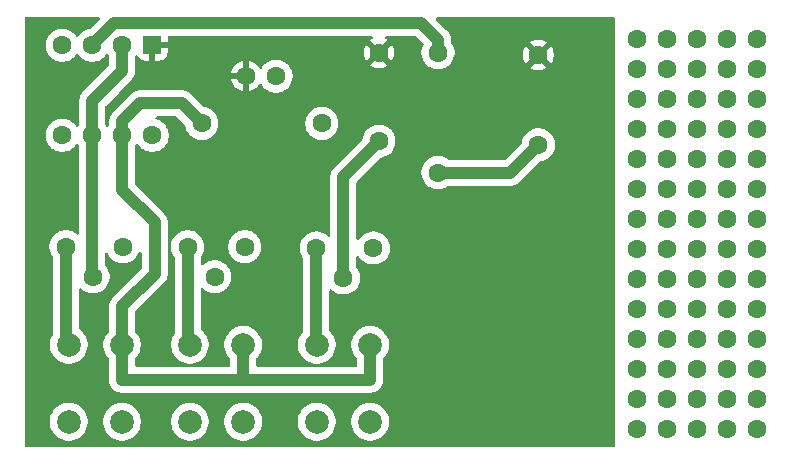
<source format=gbr>
%TF.GenerationSoftware,KiCad,Pcbnew,9.0.6*%
%TF.CreationDate,2026-01-05T22:50:17-06:00*%
%TF.ProjectId,learntosolderkit,6c656172-6e74-46f7-936f-6c6465726b69,rev?*%
%TF.SameCoordinates,Original*%
%TF.FileFunction,Copper,L1,Top*%
%TF.FilePolarity,Positive*%
%FSLAX46Y46*%
G04 Gerber Fmt 4.6, Leading zero omitted, Abs format (unit mm)*
G04 Created by KiCad (PCBNEW 9.0.6) date 2026-01-05 22:50:17*
%MOMM*%
%LPD*%
G01*
G04 APERTURE LIST*
G04 Aperture macros list*
%AMRoundRect*
0 Rectangle with rounded corners*
0 $1 Rounding radius*
0 $2 $3 $4 $5 $6 $7 $8 $9 X,Y pos of 4 corners*
0 Add a 4 corners polygon primitive as box body*
4,1,4,$2,$3,$4,$5,$6,$7,$8,$9,$2,$3,0*
0 Add four circle primitives for the rounded corners*
1,1,$1+$1,$2,$3*
1,1,$1+$1,$4,$5*
1,1,$1+$1,$6,$7*
1,1,$1+$1,$8,$9*
0 Add four rect primitives between the rounded corners*
20,1,$1+$1,$2,$3,$4,$5,0*
20,1,$1+$1,$4,$5,$6,$7,0*
20,1,$1+$1,$6,$7,$8,$9,0*
20,1,$1+$1,$8,$9,$2,$3,0*%
G04 Aperture macros list end*
%TA.AperFunction,ComponentPad*%
%ADD10C,1.600000*%
%TD*%
%TA.AperFunction,ComponentPad*%
%ADD11C,2.000000*%
%TD*%
%TA.AperFunction,ComponentPad*%
%ADD12RoundRect,0.250000X-0.550000X0.550000X-0.550000X-0.550000X0.550000X-0.550000X0.550000X0.550000X0*%
%TD*%
%TA.AperFunction,Conductor*%
%ADD13C,1.000000*%
%TD*%
G04 APERTURE END LIST*
D10*
%TO.P,REF\u002A\u002A,1*%
%TO.N,N/C*%
X172980000Y-106840000D03*
X170440000Y-106840000D03*
X167900000Y-106840000D03*
X165360000Y-106840000D03*
X162820000Y-106840000D03*
X172980000Y-104300000D03*
X170440000Y-104300000D03*
X167900000Y-104300000D03*
X165360000Y-104300000D03*
X162820000Y-104300000D03*
X162820000Y-73820000D03*
X162820000Y-76360000D03*
X162820000Y-78900000D03*
X162820000Y-81440000D03*
X162820000Y-83980000D03*
X162820000Y-86520000D03*
X162820000Y-89060000D03*
X162820000Y-91600000D03*
X162820000Y-94140000D03*
X162820000Y-96680000D03*
X162820000Y-99220000D03*
X162820000Y-101760000D03*
X165360000Y-73820000D03*
X165360000Y-76360000D03*
X165360000Y-78900000D03*
X165360000Y-81440000D03*
X165360000Y-83980000D03*
X165360000Y-86520000D03*
X165360000Y-89060000D03*
X165360000Y-91600000D03*
X165360000Y-94140000D03*
X165360000Y-96680000D03*
X165360000Y-99220000D03*
X165360000Y-101760000D03*
X167900000Y-73820000D03*
X167900000Y-76360000D03*
X167900000Y-78900000D03*
X167900000Y-81440000D03*
X167900000Y-83980000D03*
X167900000Y-86520000D03*
X167900000Y-89060000D03*
X167900000Y-91600000D03*
X167900000Y-94140000D03*
X167900000Y-96680000D03*
X167900000Y-99220000D03*
X167900000Y-101760000D03*
X170440000Y-73820000D03*
X170440000Y-76360000D03*
X170440000Y-78900000D03*
X170440000Y-81440000D03*
X170440000Y-83980000D03*
X170440000Y-86520000D03*
X170440000Y-89060000D03*
X170440000Y-91600000D03*
X170440000Y-94140000D03*
X170440000Y-96680000D03*
X170440000Y-99220000D03*
X170440000Y-101760000D03*
X172980000Y-73820000D03*
X172980000Y-76360000D03*
X172980000Y-78900000D03*
X172980000Y-81440000D03*
X172980000Y-83980000D03*
X172980000Y-86520000D03*
X172980000Y-89060000D03*
X172980000Y-91600000D03*
X172980000Y-94140000D03*
X172980000Y-96680000D03*
X172980000Y-99220000D03*
X172980000Y-101760000D03*
%TD*%
%TO.P,BZ1,1,+*%
%TO.N,Net-(BZ1-+)*%
X154500000Y-82800000D03*
%TO.P,BZ1,2,-*%
%TO.N,GND*%
X154500000Y-75200000D03*
%TD*%
%TO.P,RV2,1,1*%
%TO.N,unconnected-(RV2-Pad1)*%
X129640000Y-91440000D03*
%TO.P,RV2,2,2*%
%TO.N,Net-(U1-THR)*%
X127100000Y-93980000D03*
%TO.P,RV2,3,3*%
%TO.N,Net-(RV2-Pad3)*%
X124800000Y-91440000D03*
%TD*%
%TO.P,J1,2*%
%TO.N,GND*%
X129750000Y-77000000D03*
%TO.P,J1,1*%
%TO.N,+9V*%
X132290000Y-77000000D03*
%TD*%
%TO.P,R2,1*%
%TO.N,buzz*%
X146000000Y-75000000D03*
%TO.P,R2,2*%
%TO.N,Net-(BZ1-+)*%
X146000000Y-85160000D03*
%TD*%
D11*
%TO.P,SW3,1,1*%
%TO.N,Net-(U1-DIS)*%
X140250000Y-99750000D03*
X140250000Y-106250000D03*
%TO.P,SW3,2,2*%
%TO.N,Net-(RV3-Pad3)*%
X135750000Y-99750000D03*
X135750000Y-106250000D03*
%TD*%
D10*
%TO.P,R1,1*%
%TO.N,+9V*%
X136160000Y-81000000D03*
%TO.P,R1,2*%
%TO.N,Net-(U1-DIS)*%
X126000000Y-81000000D03*
%TD*%
%TO.P,C1,1*%
%TO.N,Net-(U1-THR)*%
X141000000Y-82500000D03*
%TO.P,C1,2*%
%TO.N,GND*%
X141000000Y-75000000D03*
%TD*%
D12*
%TO.P,U1,1,GND*%
%TO.N,GND*%
X121810000Y-74380000D03*
D10*
%TO.P,U1,2,TR*%
%TO.N,Net-(U1-THR)*%
X119270000Y-74380000D03*
%TO.P,U1,3,Q*%
%TO.N,buzz*%
X116730000Y-74380000D03*
%TO.P,U1,4,R*%
%TO.N,+9V*%
X114190000Y-74380000D03*
%TO.P,U1,5,CV*%
%TO.N,unconnected-(U1-CV-Pad5)*%
X114190000Y-82000000D03*
%TO.P,U1,6,THR*%
%TO.N,Net-(U1-THR)*%
X116730000Y-82000000D03*
%TO.P,U1,7,DIS*%
%TO.N,Net-(U1-DIS)*%
X119270000Y-82000000D03*
%TO.P,U1,8,VCC*%
%TO.N,+9V*%
X121810000Y-82000000D03*
%TD*%
D11*
%TO.P,SW1,1,1*%
%TO.N,Net-(U1-DIS)*%
X119250000Y-99750000D03*
X119250000Y-106250000D03*
%TO.P,SW1,2,2*%
%TO.N,Net-(RV1-Pad3)*%
X114750000Y-99750000D03*
X114750000Y-106250000D03*
%TD*%
%TO.P,SW2,1,1*%
%TO.N,Net-(U1-DIS)*%
X129500000Y-99750000D03*
X129500000Y-106250000D03*
%TO.P,SW2,2,2*%
%TO.N,Net-(RV2-Pad3)*%
X125000000Y-99750000D03*
X125000000Y-106250000D03*
%TD*%
D10*
%TO.P,RV3,3,3*%
%TO.N,Net-(RV3-Pad3)*%
X135700000Y-91540000D03*
%TO.P,RV3,2,2*%
%TO.N,Net-(U1-THR)*%
X138000000Y-94080000D03*
%TO.P,RV3,1,1*%
%TO.N,unconnected-(RV3-Pad1)*%
X140540000Y-91540000D03*
%TD*%
%TO.P,RV1,1,1*%
%TO.N,unconnected-(RV1-Pad1)*%
X119340000Y-91440000D03*
%TO.P,RV1,2,2*%
%TO.N,Net-(U1-THR)*%
X116800000Y-93980000D03*
%TO.P,RV1,3,3*%
%TO.N,Net-(RV1-Pad3)*%
X114500000Y-91440000D03*
%TD*%
D13*
%TO.N,Net-(U1-DIS)*%
X122000000Y-89375000D02*
X119270000Y-86645000D01*
X119270000Y-86645000D02*
X119270000Y-82000000D01*
X122000000Y-93750000D02*
X122000000Y-89375000D01*
X119250000Y-96500000D02*
X122000000Y-93750000D01*
X119250000Y-99750000D02*
X119250000Y-96500000D01*
%TO.N,Net-(U1-THR)*%
X116730000Y-93910000D02*
X116800000Y-93980000D01*
X116730000Y-82000000D02*
X116730000Y-93910000D01*
X138000000Y-85500000D02*
X138000000Y-94080000D01*
X141000000Y-82500000D02*
X138000000Y-85500000D01*
%TO.N,Net-(RV3-Pad3)*%
X135700000Y-91540000D02*
X135700000Y-99700000D01*
X135700000Y-99700000D02*
X135750000Y-99750000D01*
%TO.N,Net-(RV2-Pad3)*%
X124800000Y-99550000D02*
X125000000Y-99750000D01*
X124800000Y-91440000D02*
X124800000Y-99550000D01*
%TO.N,Net-(RV1-Pad3)*%
X114500000Y-99500000D02*
X114750000Y-99750000D01*
X114500000Y-91440000D02*
X114500000Y-99500000D01*
%TO.N,buzz*%
X146000000Y-73900000D02*
X144601000Y-72501000D01*
X118609000Y-72501000D02*
X116730000Y-74380000D01*
X146000000Y-75000000D02*
X146000000Y-73900000D01*
X144601000Y-72501000D02*
X118609000Y-72501000D01*
%TO.N,Net-(U1-DIS)*%
X120800000Y-79300000D02*
X124300000Y-79300000D01*
X119270000Y-80830000D02*
X119270000Y-82000000D01*
X120800000Y-79300000D02*
X119270000Y-80830000D01*
X126000000Y-81000000D02*
X124300000Y-79300000D01*
%TO.N,Net-(BZ1-+)*%
X152140000Y-85160000D02*
X154500000Y-82800000D01*
X146000000Y-85160000D02*
X152140000Y-85160000D01*
%TO.N,Net-(U1-THR)*%
X116730000Y-79070000D02*
X116730000Y-82000000D01*
X119270000Y-76530000D02*
X116730000Y-79070000D01*
X119270000Y-74380000D02*
X119270000Y-76530000D01*
%TO.N,Net-(U1-DIS)*%
X129500000Y-99750000D02*
X129500000Y-102600000D01*
X129600000Y-102700000D02*
X119250000Y-102700000D01*
X129500000Y-102600000D02*
X129600000Y-102700000D01*
X140250000Y-102700000D02*
X129600000Y-102700000D01*
X140250000Y-99750000D02*
X140250000Y-102700000D01*
X119250000Y-99750000D02*
X119250000Y-102700000D01*
%TO.N,Net-(U1-THR)*%
X116730000Y-82000000D02*
X117000000Y-82000000D01*
%TD*%
%TA.AperFunction,Conductor*%
%TO.N,GND*%
G36*
X117320835Y-72020185D02*
G01*
X117366590Y-72072989D01*
X117376534Y-72142147D01*
X117347509Y-72205703D01*
X117341477Y-72212181D01*
X116594061Y-72959595D01*
X116532738Y-72993080D01*
X116525779Y-72994387D01*
X116402047Y-73013985D01*
X116192396Y-73082103D01*
X116192393Y-73082104D01*
X115995974Y-73182187D01*
X115817641Y-73311752D01*
X115817636Y-73311756D01*
X115661756Y-73467636D01*
X115661752Y-73467641D01*
X115560318Y-73607254D01*
X115504988Y-73649920D01*
X115435375Y-73655899D01*
X115373580Y-73623293D01*
X115359682Y-73607254D01*
X115258247Y-73467641D01*
X115258243Y-73467636D01*
X115102363Y-73311756D01*
X115102358Y-73311752D01*
X114924025Y-73182187D01*
X114924024Y-73182186D01*
X114924022Y-73182185D01*
X114861096Y-73150122D01*
X114727606Y-73082104D01*
X114727603Y-73082103D01*
X114517952Y-73013985D01*
X114409086Y-72996742D01*
X114300222Y-72979500D01*
X114079778Y-72979500D01*
X114025575Y-72988085D01*
X113862047Y-73013985D01*
X113652396Y-73082103D01*
X113652393Y-73082104D01*
X113455974Y-73182187D01*
X113277641Y-73311752D01*
X113277636Y-73311756D01*
X113121756Y-73467636D01*
X113121752Y-73467641D01*
X112992187Y-73645974D01*
X112892104Y-73842393D01*
X112892103Y-73842396D01*
X112823985Y-74052047D01*
X112789500Y-74269778D01*
X112789500Y-74490221D01*
X112823985Y-74707952D01*
X112892103Y-74917603D01*
X112892104Y-74917606D01*
X112957325Y-75045606D01*
X112990248Y-75110221D01*
X112992187Y-75114025D01*
X113121752Y-75292358D01*
X113121756Y-75292363D01*
X113277636Y-75448243D01*
X113277641Y-75448247D01*
X113400635Y-75537606D01*
X113455978Y-75577815D01*
X113566217Y-75633985D01*
X113652393Y-75677895D01*
X113652396Y-75677896D01*
X113726906Y-75702105D01*
X113862049Y-75746015D01*
X114079778Y-75780500D01*
X114079779Y-75780500D01*
X114300221Y-75780500D01*
X114300222Y-75780500D01*
X114517951Y-75746015D01*
X114727606Y-75677895D01*
X114924022Y-75577815D01*
X115102365Y-75448242D01*
X115258242Y-75292365D01*
X115281714Y-75260058D01*
X115359682Y-75152745D01*
X115415011Y-75110079D01*
X115484625Y-75104100D01*
X115546420Y-75136705D01*
X115560318Y-75152745D01*
X115661752Y-75292358D01*
X115661756Y-75292363D01*
X115817636Y-75448243D01*
X115817641Y-75448247D01*
X115940635Y-75537606D01*
X115995978Y-75577815D01*
X116106217Y-75633985D01*
X116192393Y-75677895D01*
X116192396Y-75677896D01*
X116266906Y-75702105D01*
X116402049Y-75746015D01*
X116619778Y-75780500D01*
X116619779Y-75780500D01*
X116840221Y-75780500D01*
X116840222Y-75780500D01*
X117057951Y-75746015D01*
X117267606Y-75677895D01*
X117464022Y-75577815D01*
X117642365Y-75448242D01*
X117798242Y-75292365D01*
X117899683Y-75152742D01*
X117921958Y-75135565D01*
X117942133Y-75115959D01*
X117949256Y-75114515D01*
X117955011Y-75110078D01*
X117983038Y-75107670D01*
X118010611Y-75102084D01*
X118017383Y-75104720D01*
X118024624Y-75104099D01*
X118049504Y-75117226D01*
X118075720Y-75127433D01*
X118082951Y-75134874D01*
X118086420Y-75136704D01*
X118100314Y-75152738D01*
X118145819Y-75215370D01*
X118169298Y-75281175D01*
X118169500Y-75288254D01*
X118169500Y-76022796D01*
X118149815Y-76089835D01*
X118133181Y-76110477D01*
X115890588Y-78353069D01*
X115890588Y-78353070D01*
X115890586Y-78353072D01*
X115846859Y-78413256D01*
X115788768Y-78493211D01*
X115710128Y-78647552D01*
X115656597Y-78812302D01*
X115629500Y-78983389D01*
X115629500Y-81091744D01*
X115623503Y-81112164D01*
X115622289Y-81133414D01*
X115610959Y-81154884D01*
X115609815Y-81158783D01*
X115605818Y-81164629D01*
X115560318Y-81227255D01*
X115504989Y-81269921D01*
X115435375Y-81275900D01*
X115373580Y-81243295D01*
X115359682Y-81227255D01*
X115258247Y-81087641D01*
X115258243Y-81087636D01*
X115102363Y-80931756D01*
X115102358Y-80931752D01*
X114924025Y-80802187D01*
X114924024Y-80802186D01*
X114924022Y-80802185D01*
X114808630Y-80743389D01*
X114727606Y-80702104D01*
X114727603Y-80702103D01*
X114517952Y-80633985D01*
X114409086Y-80616742D01*
X114300222Y-80599500D01*
X114079778Y-80599500D01*
X114007201Y-80610995D01*
X113862047Y-80633985D01*
X113652396Y-80702103D01*
X113652393Y-80702104D01*
X113455974Y-80802187D01*
X113277641Y-80931752D01*
X113277636Y-80931756D01*
X113121756Y-81087636D01*
X113121752Y-81087641D01*
X112992187Y-81265974D01*
X112892104Y-81462393D01*
X112892103Y-81462396D01*
X112823985Y-81672047D01*
X112823985Y-81672049D01*
X112789500Y-81889778D01*
X112789500Y-82110222D01*
X112803373Y-82197812D01*
X112823985Y-82327952D01*
X112892103Y-82537603D01*
X112892104Y-82537606D01*
X112953915Y-82658913D01*
X112990175Y-82730078D01*
X112992187Y-82734025D01*
X113121752Y-82912358D01*
X113121756Y-82912363D01*
X113277636Y-83068243D01*
X113277641Y-83068247D01*
X113359819Y-83127952D01*
X113455978Y-83197815D01*
X113584375Y-83263237D01*
X113652393Y-83297895D01*
X113652396Y-83297896D01*
X113757221Y-83331955D01*
X113862049Y-83366015D01*
X114079778Y-83400500D01*
X114079779Y-83400500D01*
X114300221Y-83400500D01*
X114300222Y-83400500D01*
X114517951Y-83366015D01*
X114727606Y-83297895D01*
X114924022Y-83197815D01*
X115102365Y-83068242D01*
X115258242Y-82912365D01*
X115359683Y-82772742D01*
X115381958Y-82755565D01*
X115402133Y-82735959D01*
X115409256Y-82734515D01*
X115415011Y-82730078D01*
X115443038Y-82727670D01*
X115470611Y-82722084D01*
X115477383Y-82724720D01*
X115484624Y-82724099D01*
X115509504Y-82737226D01*
X115535720Y-82747433D01*
X115542951Y-82754874D01*
X115546420Y-82756704D01*
X115560314Y-82772738D01*
X115605818Y-82835369D01*
X115629298Y-82901175D01*
X115629500Y-82908254D01*
X115629500Y-90289531D01*
X115609815Y-90356570D01*
X115557011Y-90402325D01*
X115487853Y-90412269D01*
X115424297Y-90383244D01*
X115417819Y-90377212D01*
X115412363Y-90371756D01*
X115412358Y-90371752D01*
X115234025Y-90242187D01*
X115234024Y-90242186D01*
X115234022Y-90242185D01*
X115171096Y-90210122D01*
X115037606Y-90142104D01*
X115037603Y-90142103D01*
X114827952Y-90073985D01*
X114719086Y-90056742D01*
X114610222Y-90039500D01*
X114389778Y-90039500D01*
X114317201Y-90050995D01*
X114172047Y-90073985D01*
X113962396Y-90142103D01*
X113962393Y-90142104D01*
X113765974Y-90242187D01*
X113587641Y-90371752D01*
X113587636Y-90371756D01*
X113431756Y-90527636D01*
X113431752Y-90527641D01*
X113302187Y-90705974D01*
X113202104Y-90902393D01*
X113202103Y-90902396D01*
X113133985Y-91112047D01*
X113099500Y-91329778D01*
X113099500Y-91550222D01*
X113116742Y-91659086D01*
X113133985Y-91767952D01*
X113202103Y-91977603D01*
X113202104Y-91977606D01*
X113253058Y-92077606D01*
X113302185Y-92174022D01*
X113375819Y-92275370D01*
X113399298Y-92341174D01*
X113399500Y-92348254D01*
X113399500Y-98846206D01*
X113382526Y-98906399D01*
X113383342Y-98906815D01*
X113381254Y-98910911D01*
X113381234Y-98910985D01*
X113381134Y-98911147D01*
X113266760Y-99135616D01*
X113188910Y-99375214D01*
X113149500Y-99624038D01*
X113149500Y-99875961D01*
X113188910Y-100124785D01*
X113266760Y-100364383D01*
X113381132Y-100588848D01*
X113529201Y-100792649D01*
X113529205Y-100792654D01*
X113707345Y-100970794D01*
X113707350Y-100970798D01*
X113885117Y-101099952D01*
X113911155Y-101118870D01*
X114054184Y-101191747D01*
X114135616Y-101233239D01*
X114135618Y-101233239D01*
X114135621Y-101233241D01*
X114375215Y-101311090D01*
X114624038Y-101350500D01*
X114624039Y-101350500D01*
X114875961Y-101350500D01*
X114875962Y-101350500D01*
X115124785Y-101311090D01*
X115364379Y-101233241D01*
X115588845Y-101118870D01*
X115792656Y-100970793D01*
X115970793Y-100792656D01*
X116118870Y-100588845D01*
X116233241Y-100364379D01*
X116311090Y-100124785D01*
X116350500Y-99875962D01*
X116350500Y-99624038D01*
X116311090Y-99375215D01*
X116233241Y-99135621D01*
X116233239Y-99135618D01*
X116233239Y-99135616D01*
X116191747Y-99054184D01*
X116118870Y-98911155D01*
X116050500Y-98817051D01*
X115970798Y-98707350D01*
X115970794Y-98707345D01*
X115792657Y-98529208D01*
X115792654Y-98529206D01*
X115732759Y-98485689D01*
X115651614Y-98426733D01*
X115608949Y-98371402D01*
X115600500Y-98326415D01*
X115600500Y-95060469D01*
X115620185Y-94993430D01*
X115672989Y-94947675D01*
X115742147Y-94937731D01*
X115805703Y-94966756D01*
X115812181Y-94972788D01*
X115887636Y-95048243D01*
X115887641Y-95048247D01*
X115949831Y-95093430D01*
X116065978Y-95177815D01*
X116194375Y-95243237D01*
X116262393Y-95277895D01*
X116262396Y-95277896D01*
X116367221Y-95311955D01*
X116472049Y-95346015D01*
X116689778Y-95380500D01*
X116689779Y-95380500D01*
X116910221Y-95380500D01*
X116910222Y-95380500D01*
X117127951Y-95346015D01*
X117337606Y-95277895D01*
X117534022Y-95177815D01*
X117712365Y-95048242D01*
X117868242Y-94892365D01*
X117997815Y-94714022D01*
X118097895Y-94517606D01*
X118166015Y-94307951D01*
X118200500Y-94090222D01*
X118200500Y-93869778D01*
X118166015Y-93652049D01*
X118097895Y-93442394D01*
X118097895Y-93442393D01*
X118063237Y-93374375D01*
X117997815Y-93245978D01*
X117970499Y-93208381D01*
X117868247Y-93067641D01*
X117868243Y-93067636D01*
X117866819Y-93066212D01*
X117866451Y-93065538D01*
X117865085Y-93063939D01*
X117865421Y-93063651D01*
X117833334Y-93004889D01*
X117830500Y-92978531D01*
X117830500Y-92078805D01*
X117850185Y-92011766D01*
X117902989Y-91966011D01*
X117972147Y-91956067D01*
X118035703Y-91985092D01*
X118064985Y-92022510D01*
X118142187Y-92174025D01*
X118271752Y-92352358D01*
X118271756Y-92352363D01*
X118427636Y-92508243D01*
X118427641Y-92508247D01*
X118565274Y-92608242D01*
X118605978Y-92637815D01*
X118734375Y-92703237D01*
X118802393Y-92737895D01*
X118802396Y-92737896D01*
X118907221Y-92771955D01*
X119012049Y-92806015D01*
X119229778Y-92840500D01*
X119229779Y-92840500D01*
X119450221Y-92840500D01*
X119450222Y-92840500D01*
X119667951Y-92806015D01*
X119877606Y-92737895D01*
X120074022Y-92637815D01*
X120252365Y-92508242D01*
X120408242Y-92352365D01*
X120537815Y-92174022D01*
X120637895Y-91977606D01*
X120637897Y-91977600D01*
X120657569Y-91917056D01*
X120697006Y-91859380D01*
X120761364Y-91832181D01*
X120830211Y-91844095D01*
X120881687Y-91891339D01*
X120899500Y-91955373D01*
X120899500Y-93242796D01*
X120879815Y-93309835D01*
X120863181Y-93330477D01*
X118410588Y-95783069D01*
X118410588Y-95783070D01*
X118410586Y-95783072D01*
X118366859Y-95843256D01*
X118308768Y-95923211D01*
X118230128Y-96077552D01*
X118176597Y-96242302D01*
X118149500Y-96413389D01*
X118149500Y-98535689D01*
X118129815Y-98602728D01*
X118113181Y-98623370D01*
X118029205Y-98707345D01*
X118029201Y-98707350D01*
X117881132Y-98911151D01*
X117766760Y-99135616D01*
X117688910Y-99375214D01*
X117649500Y-99624038D01*
X117649500Y-99875961D01*
X117688910Y-100124785D01*
X117766760Y-100364383D01*
X117881132Y-100588848D01*
X118029201Y-100792649D01*
X118029205Y-100792654D01*
X118113181Y-100876630D01*
X118146666Y-100937953D01*
X118149500Y-100964311D01*
X118149500Y-102786611D01*
X118176598Y-102957701D01*
X118230127Y-103122445D01*
X118308768Y-103276788D01*
X118410586Y-103416928D01*
X118533072Y-103539414D01*
X118673212Y-103641232D01*
X118827555Y-103719873D01*
X118992299Y-103773402D01*
X119163389Y-103800500D01*
X119163390Y-103800500D01*
X140336610Y-103800500D01*
X140336611Y-103800500D01*
X140507701Y-103773402D01*
X140672445Y-103719873D01*
X140826788Y-103641232D01*
X140966928Y-103539414D01*
X141089414Y-103416928D01*
X141191232Y-103276788D01*
X141269873Y-103122445D01*
X141323402Y-102957701D01*
X141350500Y-102786611D01*
X141350500Y-100964311D01*
X141370185Y-100897272D01*
X141386819Y-100876630D01*
X141470793Y-100792656D01*
X141618870Y-100588845D01*
X141733241Y-100364379D01*
X141811090Y-100124785D01*
X141850500Y-99875962D01*
X141850500Y-99624038D01*
X141811090Y-99375215D01*
X141733241Y-99135621D01*
X141733239Y-99135618D01*
X141733239Y-99135616D01*
X141691747Y-99054184D01*
X141618870Y-98911155D01*
X141550500Y-98817051D01*
X141470798Y-98707350D01*
X141470794Y-98707345D01*
X141292654Y-98529205D01*
X141292649Y-98529201D01*
X141088848Y-98381132D01*
X141088847Y-98381131D01*
X141088845Y-98381130D01*
X140981461Y-98326415D01*
X140864383Y-98266760D01*
X140624785Y-98188910D01*
X140375962Y-98149500D01*
X140124038Y-98149500D01*
X139999626Y-98169205D01*
X139875214Y-98188910D01*
X139635616Y-98266760D01*
X139411151Y-98381132D01*
X139207350Y-98529201D01*
X139207345Y-98529205D01*
X139029205Y-98707345D01*
X139029201Y-98707350D01*
X138881132Y-98911151D01*
X138766760Y-99135616D01*
X138688910Y-99375214D01*
X138649500Y-99624038D01*
X138649500Y-99875961D01*
X138688910Y-100124785D01*
X138766760Y-100364383D01*
X138881132Y-100588848D01*
X139029201Y-100792649D01*
X139029205Y-100792654D01*
X139113181Y-100876630D01*
X139146666Y-100937953D01*
X139149500Y-100964311D01*
X139149500Y-101475500D01*
X139129815Y-101542539D01*
X139077011Y-101588294D01*
X139025500Y-101599500D01*
X130724500Y-101599500D01*
X130657461Y-101579815D01*
X130611706Y-101527011D01*
X130600500Y-101475500D01*
X130600500Y-100964311D01*
X130620185Y-100897272D01*
X130636819Y-100876630D01*
X130720793Y-100792656D01*
X130868870Y-100588845D01*
X130983241Y-100364379D01*
X131061090Y-100124785D01*
X131100500Y-99875962D01*
X131100500Y-99624038D01*
X134149500Y-99624038D01*
X134149500Y-99875961D01*
X134188910Y-100124785D01*
X134266760Y-100364383D01*
X134381132Y-100588848D01*
X134529201Y-100792649D01*
X134529205Y-100792654D01*
X134707345Y-100970794D01*
X134707350Y-100970798D01*
X134885117Y-101099952D01*
X134911155Y-101118870D01*
X135054184Y-101191747D01*
X135135616Y-101233239D01*
X135135618Y-101233239D01*
X135135621Y-101233241D01*
X135375215Y-101311090D01*
X135624038Y-101350500D01*
X135624039Y-101350500D01*
X135875961Y-101350500D01*
X135875962Y-101350500D01*
X136124785Y-101311090D01*
X136364379Y-101233241D01*
X136588845Y-101118870D01*
X136792656Y-100970793D01*
X136970793Y-100792656D01*
X137118870Y-100588845D01*
X137233241Y-100364379D01*
X137311090Y-100124785D01*
X137350500Y-99875962D01*
X137350500Y-99624038D01*
X137311090Y-99375215D01*
X137233241Y-99135621D01*
X137233239Y-99135618D01*
X137233239Y-99135616D01*
X137191747Y-99054184D01*
X137118870Y-98911155D01*
X137050500Y-98817051D01*
X136970798Y-98707350D01*
X136970794Y-98707345D01*
X136836819Y-98573370D01*
X136803334Y-98512047D01*
X136800500Y-98485689D01*
X136800500Y-95160469D01*
X136820185Y-95093430D01*
X136872989Y-95047675D01*
X136942147Y-95037731D01*
X137005703Y-95066756D01*
X137012181Y-95072788D01*
X137087636Y-95148243D01*
X137087641Y-95148247D01*
X137243192Y-95261260D01*
X137265978Y-95277815D01*
X137394375Y-95343237D01*
X137462393Y-95377895D01*
X137462396Y-95377896D01*
X137567221Y-95411955D01*
X137672049Y-95446015D01*
X137889778Y-95480500D01*
X137889779Y-95480500D01*
X138110221Y-95480500D01*
X138110222Y-95480500D01*
X138327951Y-95446015D01*
X138537606Y-95377895D01*
X138734022Y-95277815D01*
X138912365Y-95148242D01*
X139068242Y-94992365D01*
X139197815Y-94814022D01*
X139297895Y-94617606D01*
X139366015Y-94407951D01*
X139400500Y-94190222D01*
X139400500Y-93969778D01*
X139366015Y-93752049D01*
X139297895Y-93542394D01*
X139297895Y-93542393D01*
X139246941Y-93442393D01*
X139197815Y-93345978D01*
X139160166Y-93294158D01*
X139124182Y-93244629D01*
X139100702Y-93178823D01*
X139100500Y-93171744D01*
X139100500Y-92316186D01*
X139120185Y-92249147D01*
X139172989Y-92203392D01*
X139242147Y-92193448D01*
X139305703Y-92222473D01*
X139334985Y-92259891D01*
X139342187Y-92274025D01*
X139471752Y-92452358D01*
X139471756Y-92452363D01*
X139627636Y-92608243D01*
X139627641Y-92608247D01*
X139729298Y-92682104D01*
X139805978Y-92737815D01*
X139934375Y-92803237D01*
X140002393Y-92837895D01*
X140002396Y-92837896D01*
X140107221Y-92871955D01*
X140212049Y-92906015D01*
X140429778Y-92940500D01*
X140429779Y-92940500D01*
X140650221Y-92940500D01*
X140650222Y-92940500D01*
X140867951Y-92906015D01*
X141077606Y-92837895D01*
X141274022Y-92737815D01*
X141452365Y-92608242D01*
X141608242Y-92452365D01*
X141737815Y-92274022D01*
X141837895Y-92077606D01*
X141906015Y-91867951D01*
X141940500Y-91650222D01*
X141940500Y-91429778D01*
X141906015Y-91212049D01*
X141871955Y-91107221D01*
X141837896Y-91002396D01*
X141837895Y-91002393D01*
X141798270Y-90924626D01*
X141737815Y-90805978D01*
X141665160Y-90705976D01*
X141608247Y-90627641D01*
X141608243Y-90627636D01*
X141452363Y-90471756D01*
X141452358Y-90471752D01*
X141274025Y-90342187D01*
X141274024Y-90342186D01*
X141274022Y-90342185D01*
X141170684Y-90289531D01*
X141077606Y-90242104D01*
X141077603Y-90242103D01*
X140867952Y-90173985D01*
X140759086Y-90156742D01*
X140650222Y-90139500D01*
X140429778Y-90139500D01*
X140357201Y-90150995D01*
X140212047Y-90173985D01*
X140002396Y-90242103D01*
X140002393Y-90242104D01*
X139805974Y-90342187D01*
X139627641Y-90471752D01*
X139627636Y-90471756D01*
X139471756Y-90627636D01*
X139471752Y-90627641D01*
X139342184Y-90805978D01*
X139342182Y-90805980D01*
X139334983Y-90820110D01*
X139287008Y-90870905D01*
X139219187Y-90887699D01*
X139153052Y-90865160D01*
X139109602Y-90810444D01*
X139100500Y-90763813D01*
X139100500Y-86007203D01*
X139120185Y-85940164D01*
X139136814Y-85919527D01*
X140006563Y-85049778D01*
X144599500Y-85049778D01*
X144599500Y-85270221D01*
X144633985Y-85487952D01*
X144702103Y-85697603D01*
X144702104Y-85697606D01*
X144802187Y-85894025D01*
X144931752Y-86072358D01*
X144931756Y-86072363D01*
X145087636Y-86228243D01*
X145087641Y-86228247D01*
X145164630Y-86284182D01*
X145265978Y-86357815D01*
X145394375Y-86423237D01*
X145462393Y-86457895D01*
X145462396Y-86457896D01*
X145567221Y-86491955D01*
X145672049Y-86526015D01*
X145889778Y-86560500D01*
X145889779Y-86560500D01*
X146110221Y-86560500D01*
X146110222Y-86560500D01*
X146327951Y-86526015D01*
X146537606Y-86457895D01*
X146734022Y-86357815D01*
X146801278Y-86308950D01*
X146835370Y-86284182D01*
X146901176Y-86260702D01*
X146908255Y-86260500D01*
X152226610Y-86260500D01*
X152226611Y-86260500D01*
X152397701Y-86233402D01*
X152562445Y-86179873D01*
X152716788Y-86101232D01*
X152856928Y-85999414D01*
X154635939Y-84220401D01*
X154697260Y-84186918D01*
X154704173Y-84185618D01*
X154827951Y-84166015D01*
X155037606Y-84097895D01*
X155234022Y-83997815D01*
X155412365Y-83868242D01*
X155568242Y-83712365D01*
X155697815Y-83534022D01*
X155797895Y-83337606D01*
X155866015Y-83127951D01*
X155900500Y-82910222D01*
X155900500Y-82689778D01*
X155866015Y-82472049D01*
X155819196Y-82327952D01*
X155797896Y-82262396D01*
X155797895Y-82262393D01*
X155751860Y-82172047D01*
X155697815Y-82065978D01*
X155622559Y-81962396D01*
X155568247Y-81887641D01*
X155568243Y-81887636D01*
X155412363Y-81731756D01*
X155412358Y-81731752D01*
X155234025Y-81602187D01*
X155234024Y-81602186D01*
X155234022Y-81602185D01*
X155171096Y-81570122D01*
X155037606Y-81502104D01*
X155037603Y-81502103D01*
X154827952Y-81433985D01*
X154719086Y-81416742D01*
X154610222Y-81399500D01*
X154389778Y-81399500D01*
X154338340Y-81407647D01*
X154172047Y-81433985D01*
X153962396Y-81502103D01*
X153962393Y-81502104D01*
X153765974Y-81602187D01*
X153587641Y-81731752D01*
X153587636Y-81731756D01*
X153431756Y-81887636D01*
X153431752Y-81887641D01*
X153302187Y-82065974D01*
X153202104Y-82262393D01*
X153202103Y-82262396D01*
X153133985Y-82472047D01*
X153114387Y-82595779D01*
X153084457Y-82658913D01*
X153079595Y-82664061D01*
X151720477Y-84023181D01*
X151659154Y-84056666D01*
X151632796Y-84059500D01*
X146908255Y-84059500D01*
X146841216Y-84039815D01*
X146835370Y-84035818D01*
X146734025Y-83962187D01*
X146734024Y-83962186D01*
X146734022Y-83962185D01*
X146652021Y-83920403D01*
X146537606Y-83862104D01*
X146537603Y-83862103D01*
X146327952Y-83793985D01*
X146219086Y-83776742D01*
X146110222Y-83759500D01*
X145889778Y-83759500D01*
X145817201Y-83770995D01*
X145672047Y-83793985D01*
X145462396Y-83862103D01*
X145462393Y-83862104D01*
X145265974Y-83962187D01*
X145087641Y-84091752D01*
X145087636Y-84091756D01*
X144931756Y-84247636D01*
X144931752Y-84247641D01*
X144802187Y-84425974D01*
X144702104Y-84622393D01*
X144702103Y-84622396D01*
X144633985Y-84832047D01*
X144599500Y-85049778D01*
X140006563Y-85049778D01*
X141135939Y-83920401D01*
X141197260Y-83886918D01*
X141204173Y-83885618D01*
X141327951Y-83866015D01*
X141537606Y-83797895D01*
X141734022Y-83697815D01*
X141912365Y-83568242D01*
X142068242Y-83412365D01*
X142197815Y-83234022D01*
X142297895Y-83037606D01*
X142366015Y-82827951D01*
X142400500Y-82610222D01*
X142400500Y-82389778D01*
X142366015Y-82172049D01*
X142297895Y-81962394D01*
X142297895Y-81962393D01*
X142259803Y-81887635D01*
X142197815Y-81765978D01*
X142078815Y-81602187D01*
X142068247Y-81587641D01*
X142068243Y-81587636D01*
X141912363Y-81431756D01*
X141912358Y-81431752D01*
X141734025Y-81302187D01*
X141734024Y-81302186D01*
X141734022Y-81302185D01*
X141662955Y-81265974D01*
X141537606Y-81202104D01*
X141537603Y-81202103D01*
X141327952Y-81133985D01*
X141190179Y-81112164D01*
X141110222Y-81099500D01*
X140889778Y-81099500D01*
X140822082Y-81110222D01*
X140672047Y-81133985D01*
X140462396Y-81202103D01*
X140462393Y-81202104D01*
X140265974Y-81302187D01*
X140087641Y-81431752D01*
X140087636Y-81431756D01*
X139931756Y-81587636D01*
X139931752Y-81587641D01*
X139802187Y-81765974D01*
X139702104Y-81962393D01*
X139702103Y-81962396D01*
X139633985Y-82172047D01*
X139614387Y-82295779D01*
X139584457Y-82358913D01*
X139579595Y-82364061D01*
X137283072Y-84660586D01*
X137160588Y-84783069D01*
X137160588Y-84783070D01*
X137160586Y-84783072D01*
X137125002Y-84832049D01*
X137058768Y-84923211D01*
X136980128Y-85077552D01*
X136926597Y-85242302D01*
X136899500Y-85413389D01*
X136899500Y-90459531D01*
X136879815Y-90526570D01*
X136827011Y-90572325D01*
X136757853Y-90582269D01*
X136694297Y-90553244D01*
X136687819Y-90547212D01*
X136612363Y-90471756D01*
X136612358Y-90471752D01*
X136434025Y-90342187D01*
X136434024Y-90342186D01*
X136434022Y-90342185D01*
X136330684Y-90289531D01*
X136237606Y-90242104D01*
X136237603Y-90242103D01*
X136027952Y-90173985D01*
X135919086Y-90156742D01*
X135810222Y-90139500D01*
X135589778Y-90139500D01*
X135517201Y-90150995D01*
X135372047Y-90173985D01*
X135162396Y-90242103D01*
X135162393Y-90242104D01*
X134965974Y-90342187D01*
X134787641Y-90471752D01*
X134787636Y-90471756D01*
X134631756Y-90627636D01*
X134631752Y-90627641D01*
X134502187Y-90805974D01*
X134402104Y-91002393D01*
X134402103Y-91002396D01*
X134333985Y-91212047D01*
X134299500Y-91429778D01*
X134299500Y-91650221D01*
X134333985Y-91867952D01*
X134402103Y-92077603D01*
X134402104Y-92077606D01*
X134475919Y-92222473D01*
X134502185Y-92274022D01*
X134575819Y-92375370D01*
X134599298Y-92441174D01*
X134599500Y-92448254D01*
X134599500Y-98585689D01*
X134579815Y-98652728D01*
X134563181Y-98673370D01*
X134529205Y-98707345D01*
X134529201Y-98707350D01*
X134381132Y-98911151D01*
X134266760Y-99135616D01*
X134188910Y-99375214D01*
X134149500Y-99624038D01*
X131100500Y-99624038D01*
X131061090Y-99375215D01*
X130983241Y-99135621D01*
X130983239Y-99135618D01*
X130983239Y-99135616D01*
X130941747Y-99054184D01*
X130868870Y-98911155D01*
X130800500Y-98817051D01*
X130720798Y-98707350D01*
X130720794Y-98707345D01*
X130542654Y-98529205D01*
X130542649Y-98529201D01*
X130338848Y-98381132D01*
X130338847Y-98381131D01*
X130338845Y-98381130D01*
X130231461Y-98326415D01*
X130114383Y-98266760D01*
X129874785Y-98188910D01*
X129625962Y-98149500D01*
X129374038Y-98149500D01*
X129249626Y-98169205D01*
X129125214Y-98188910D01*
X128885616Y-98266760D01*
X128661151Y-98381132D01*
X128457350Y-98529201D01*
X128457345Y-98529205D01*
X128279205Y-98707345D01*
X128279201Y-98707350D01*
X128131132Y-98911151D01*
X128016760Y-99135616D01*
X127938910Y-99375214D01*
X127899500Y-99624038D01*
X127899500Y-99875961D01*
X127938910Y-100124785D01*
X128016760Y-100364383D01*
X128131132Y-100588848D01*
X128279201Y-100792649D01*
X128279205Y-100792654D01*
X128363181Y-100876630D01*
X128396666Y-100937953D01*
X128399500Y-100964311D01*
X128399500Y-101475500D01*
X128379815Y-101542539D01*
X128327011Y-101588294D01*
X128275500Y-101599500D01*
X120474500Y-101599500D01*
X120407461Y-101579815D01*
X120361706Y-101527011D01*
X120350500Y-101475500D01*
X120350500Y-100964311D01*
X120370185Y-100897272D01*
X120386819Y-100876630D01*
X120470793Y-100792656D01*
X120618870Y-100588845D01*
X120733241Y-100364379D01*
X120811090Y-100124785D01*
X120850500Y-99875962D01*
X120850500Y-99624038D01*
X120811090Y-99375215D01*
X120733241Y-99135621D01*
X120733239Y-99135618D01*
X120733239Y-99135616D01*
X120691747Y-99054184D01*
X120618870Y-98911155D01*
X120550500Y-98817051D01*
X120470798Y-98707350D01*
X120470794Y-98707345D01*
X120386819Y-98623370D01*
X120353334Y-98562047D01*
X120350500Y-98535689D01*
X120350500Y-97007204D01*
X120370185Y-96940165D01*
X120386819Y-96919523D01*
X121523273Y-95783069D01*
X122839414Y-94466928D01*
X122941232Y-94326788D01*
X123019873Y-94172446D01*
X123073402Y-94007701D01*
X123100500Y-93836611D01*
X123100500Y-93663390D01*
X123100500Y-91329778D01*
X123399500Y-91329778D01*
X123399500Y-91550222D01*
X123416742Y-91659086D01*
X123433985Y-91767952D01*
X123502103Y-91977603D01*
X123502104Y-91977606D01*
X123553058Y-92077606D01*
X123602185Y-92174022D01*
X123675819Y-92275370D01*
X123699298Y-92341174D01*
X123699500Y-92348254D01*
X123699500Y-98776761D01*
X123679815Y-98843800D01*
X123675818Y-98849646D01*
X123631132Y-98911151D01*
X123516760Y-99135616D01*
X123438910Y-99375214D01*
X123399500Y-99624038D01*
X123399500Y-99875961D01*
X123438910Y-100124785D01*
X123516760Y-100364383D01*
X123631132Y-100588848D01*
X123779201Y-100792649D01*
X123779205Y-100792654D01*
X123957345Y-100970794D01*
X123957350Y-100970798D01*
X124135117Y-101099952D01*
X124161155Y-101118870D01*
X124304184Y-101191747D01*
X124385616Y-101233239D01*
X124385618Y-101233239D01*
X124385621Y-101233241D01*
X124625215Y-101311090D01*
X124874038Y-101350500D01*
X124874039Y-101350500D01*
X125125961Y-101350500D01*
X125125962Y-101350500D01*
X125374785Y-101311090D01*
X125614379Y-101233241D01*
X125838845Y-101118870D01*
X126042656Y-100970793D01*
X126220793Y-100792656D01*
X126368870Y-100588845D01*
X126483241Y-100364379D01*
X126561090Y-100124785D01*
X126600500Y-99875962D01*
X126600500Y-99624038D01*
X126561090Y-99375215D01*
X126483241Y-99135621D01*
X126483239Y-99135618D01*
X126483239Y-99135616D01*
X126441747Y-99054184D01*
X126368870Y-98911155D01*
X126300500Y-98817051D01*
X126220798Y-98707350D01*
X126220794Y-98707345D01*
X126042655Y-98529206D01*
X125951613Y-98463059D01*
X125908948Y-98407729D01*
X125900500Y-98362742D01*
X125900500Y-95060469D01*
X125920185Y-94993430D01*
X125972989Y-94947675D01*
X126042147Y-94937731D01*
X126105703Y-94966756D01*
X126112181Y-94972788D01*
X126187636Y-95048243D01*
X126187641Y-95048247D01*
X126249831Y-95093430D01*
X126365978Y-95177815D01*
X126494375Y-95243237D01*
X126562393Y-95277895D01*
X126562396Y-95277896D01*
X126667221Y-95311955D01*
X126772049Y-95346015D01*
X126989778Y-95380500D01*
X126989779Y-95380500D01*
X127210221Y-95380500D01*
X127210222Y-95380500D01*
X127427951Y-95346015D01*
X127637606Y-95277895D01*
X127834022Y-95177815D01*
X128012365Y-95048242D01*
X128168242Y-94892365D01*
X128297815Y-94714022D01*
X128397895Y-94517606D01*
X128466015Y-94307951D01*
X128500500Y-94090222D01*
X128500500Y-93869778D01*
X128466015Y-93652049D01*
X128397895Y-93442394D01*
X128397895Y-93442393D01*
X128363237Y-93374375D01*
X128297815Y-93245978D01*
X128270499Y-93208381D01*
X128168247Y-93067641D01*
X128168243Y-93067636D01*
X128012363Y-92911756D01*
X128012358Y-92911752D01*
X127834025Y-92782187D01*
X127834024Y-92782186D01*
X127834022Y-92782185D01*
X127746936Y-92737812D01*
X127637606Y-92682104D01*
X127637603Y-92682103D01*
X127427952Y-92613985D01*
X127319086Y-92596742D01*
X127210222Y-92579500D01*
X126989778Y-92579500D01*
X126917201Y-92590995D01*
X126772047Y-92613985D01*
X126562396Y-92682103D01*
X126562393Y-92682104D01*
X126365974Y-92782187D01*
X126187641Y-92911752D01*
X126187636Y-92911756D01*
X126112181Y-92987212D01*
X126050858Y-93020697D01*
X125981166Y-93015713D01*
X125925233Y-92973841D01*
X125900816Y-92908377D01*
X125900500Y-92899531D01*
X125900500Y-92348254D01*
X125920185Y-92281215D01*
X125924165Y-92275392D01*
X125997815Y-92174022D01*
X126097895Y-91977606D01*
X126166015Y-91767951D01*
X126200500Y-91550222D01*
X126200500Y-91329778D01*
X128239500Y-91329778D01*
X128239500Y-91550222D01*
X128256742Y-91659086D01*
X128273985Y-91767952D01*
X128342103Y-91977603D01*
X128342104Y-91977606D01*
X128442187Y-92174025D01*
X128571752Y-92352358D01*
X128571756Y-92352363D01*
X128727636Y-92508243D01*
X128727641Y-92508247D01*
X128865274Y-92608242D01*
X128905978Y-92637815D01*
X129034375Y-92703237D01*
X129102393Y-92737895D01*
X129102396Y-92737896D01*
X129207221Y-92771955D01*
X129312049Y-92806015D01*
X129529778Y-92840500D01*
X129529779Y-92840500D01*
X129750221Y-92840500D01*
X129750222Y-92840500D01*
X129967951Y-92806015D01*
X130177606Y-92737895D01*
X130374022Y-92637815D01*
X130552365Y-92508242D01*
X130708242Y-92352365D01*
X130837815Y-92174022D01*
X130937895Y-91977606D01*
X131006015Y-91767951D01*
X131040500Y-91550222D01*
X131040500Y-91329778D01*
X131006015Y-91112049D01*
X130970386Y-91002393D01*
X130937896Y-90902396D01*
X130937895Y-90902393D01*
X130895969Y-90820110D01*
X130837815Y-90705978D01*
X130780896Y-90627635D01*
X130708247Y-90527641D01*
X130708243Y-90527636D01*
X130552363Y-90371756D01*
X130552358Y-90371752D01*
X130374025Y-90242187D01*
X130374024Y-90242186D01*
X130374022Y-90242185D01*
X130311096Y-90210122D01*
X130177606Y-90142104D01*
X130177603Y-90142103D01*
X129967952Y-90073985D01*
X129859086Y-90056742D01*
X129750222Y-90039500D01*
X129529778Y-90039500D01*
X129457201Y-90050995D01*
X129312047Y-90073985D01*
X129102396Y-90142103D01*
X129102393Y-90142104D01*
X128905974Y-90242187D01*
X128727641Y-90371752D01*
X128727636Y-90371756D01*
X128571756Y-90527636D01*
X128571752Y-90527641D01*
X128442187Y-90705974D01*
X128342104Y-90902393D01*
X128342103Y-90902396D01*
X128273985Y-91112047D01*
X128239500Y-91329778D01*
X126200500Y-91329778D01*
X126166015Y-91112049D01*
X126130386Y-91002393D01*
X126097896Y-90902396D01*
X126097895Y-90902393D01*
X126055969Y-90820110D01*
X125997815Y-90705978D01*
X125940896Y-90627635D01*
X125868247Y-90527641D01*
X125868243Y-90527636D01*
X125712363Y-90371756D01*
X125712358Y-90371752D01*
X125534025Y-90242187D01*
X125534024Y-90242186D01*
X125534022Y-90242185D01*
X125471096Y-90210122D01*
X125337606Y-90142104D01*
X125337603Y-90142103D01*
X125127952Y-90073985D01*
X125019086Y-90056742D01*
X124910222Y-90039500D01*
X124689778Y-90039500D01*
X124617201Y-90050995D01*
X124472047Y-90073985D01*
X124262396Y-90142103D01*
X124262393Y-90142104D01*
X124065974Y-90242187D01*
X123887641Y-90371752D01*
X123887636Y-90371756D01*
X123731756Y-90527636D01*
X123731752Y-90527641D01*
X123602187Y-90705974D01*
X123502104Y-90902393D01*
X123502103Y-90902396D01*
X123433985Y-91112047D01*
X123399500Y-91329778D01*
X123100500Y-91329778D01*
X123100500Y-89288389D01*
X123073402Y-89117299D01*
X123019873Y-88952555D01*
X122941232Y-88798212D01*
X122839414Y-88658072D01*
X122716928Y-88535586D01*
X120406819Y-86225477D01*
X120373334Y-86164154D01*
X120370500Y-86137796D01*
X120370500Y-82908254D01*
X120376496Y-82887833D01*
X120377711Y-82866585D01*
X120389041Y-82845110D01*
X120390185Y-82841215D01*
X120394160Y-82835399D01*
X120439684Y-82772740D01*
X120495010Y-82730078D01*
X120564623Y-82724099D01*
X120626419Y-82756704D01*
X120640317Y-82772744D01*
X120741752Y-82912358D01*
X120741756Y-82912363D01*
X120897636Y-83068243D01*
X120897641Y-83068247D01*
X120979819Y-83127952D01*
X121075978Y-83197815D01*
X121204375Y-83263237D01*
X121272393Y-83297895D01*
X121272396Y-83297896D01*
X121377221Y-83331955D01*
X121482049Y-83366015D01*
X121699778Y-83400500D01*
X121699779Y-83400500D01*
X121920221Y-83400500D01*
X121920222Y-83400500D01*
X122137951Y-83366015D01*
X122347606Y-83297895D01*
X122544022Y-83197815D01*
X122722365Y-83068242D01*
X122878242Y-82912365D01*
X123007815Y-82734022D01*
X123107895Y-82537606D01*
X123176015Y-82327951D01*
X123210500Y-82110222D01*
X123210500Y-81889778D01*
X123176015Y-81672049D01*
X123141955Y-81567221D01*
X123107896Y-81462396D01*
X123107895Y-81462393D01*
X123073237Y-81394375D01*
X123007815Y-81265978D01*
X122979681Y-81227255D01*
X122878247Y-81087641D01*
X122878243Y-81087636D01*
X122722363Y-80931756D01*
X122722358Y-80931752D01*
X122544025Y-80802187D01*
X122544024Y-80802186D01*
X122544022Y-80802185D01*
X122428630Y-80743389D01*
X122347606Y-80702104D01*
X122347603Y-80702103D01*
X122163947Y-80642431D01*
X122106272Y-80602994D01*
X122079073Y-80538635D01*
X122090987Y-80469789D01*
X122138231Y-80418313D01*
X122202265Y-80400500D01*
X123792796Y-80400500D01*
X123859835Y-80420185D01*
X123880477Y-80436819D01*
X124579595Y-81135937D01*
X124613080Y-81197260D01*
X124614387Y-81204219D01*
X124633985Y-81327952D01*
X124702103Y-81537603D01*
X124702104Y-81537606D01*
X124770122Y-81671096D01*
X124801031Y-81731758D01*
X124802187Y-81734025D01*
X124931752Y-81912358D01*
X124931756Y-81912363D01*
X125087636Y-82068243D01*
X125087641Y-82068247D01*
X125230511Y-82172047D01*
X125265978Y-82197815D01*
X125392718Y-82262393D01*
X125462393Y-82297895D01*
X125462396Y-82297896D01*
X125554898Y-82327951D01*
X125672049Y-82366015D01*
X125889778Y-82400500D01*
X125889779Y-82400500D01*
X126110221Y-82400500D01*
X126110222Y-82400500D01*
X126327951Y-82366015D01*
X126537606Y-82297895D01*
X126734022Y-82197815D01*
X126912365Y-82068242D01*
X127068242Y-81912365D01*
X127197815Y-81734022D01*
X127297895Y-81537606D01*
X127366015Y-81327951D01*
X127400500Y-81110222D01*
X127400500Y-80889778D01*
X134759500Y-80889778D01*
X134759500Y-81110221D01*
X134793985Y-81327952D01*
X134862103Y-81537603D01*
X134862104Y-81537606D01*
X134930122Y-81671096D01*
X134961031Y-81731758D01*
X134962187Y-81734025D01*
X135091752Y-81912358D01*
X135091756Y-81912363D01*
X135247636Y-82068243D01*
X135247641Y-82068247D01*
X135390511Y-82172047D01*
X135425978Y-82197815D01*
X135552718Y-82262393D01*
X135622393Y-82297895D01*
X135622396Y-82297896D01*
X135714898Y-82327951D01*
X135832049Y-82366015D01*
X136049778Y-82400500D01*
X136049779Y-82400500D01*
X136270221Y-82400500D01*
X136270222Y-82400500D01*
X136487951Y-82366015D01*
X136697606Y-82297895D01*
X136894022Y-82197815D01*
X137072365Y-82068242D01*
X137228242Y-81912365D01*
X137357815Y-81734022D01*
X137457895Y-81537606D01*
X137526015Y-81327951D01*
X137560500Y-81110222D01*
X137560500Y-80889778D01*
X137526015Y-80672049D01*
X137457895Y-80462394D01*
X137457895Y-80462393D01*
X137423237Y-80394375D01*
X137357815Y-80265978D01*
X137246723Y-80113072D01*
X137228247Y-80087641D01*
X137228243Y-80087636D01*
X137072363Y-79931756D01*
X137072358Y-79931752D01*
X136894025Y-79802187D01*
X136894024Y-79802186D01*
X136894022Y-79802185D01*
X136831096Y-79770122D01*
X136697606Y-79702104D01*
X136697603Y-79702103D01*
X136487952Y-79633985D01*
X136379086Y-79616742D01*
X136270222Y-79599500D01*
X136049778Y-79599500D01*
X135995575Y-79608085D01*
X135832047Y-79633985D01*
X135622396Y-79702103D01*
X135622393Y-79702104D01*
X135425974Y-79802187D01*
X135247641Y-79931752D01*
X135247636Y-79931756D01*
X135091756Y-80087636D01*
X135091752Y-80087641D01*
X134962187Y-80265974D01*
X134862104Y-80462393D01*
X134862103Y-80462396D01*
X134793985Y-80672047D01*
X134759500Y-80889778D01*
X127400500Y-80889778D01*
X127366015Y-80672049D01*
X127297895Y-80462394D01*
X127297895Y-80462393D01*
X127263237Y-80394375D01*
X127197815Y-80265978D01*
X127086723Y-80113072D01*
X127068247Y-80087641D01*
X127068243Y-80087636D01*
X126912363Y-79931756D01*
X126912358Y-79931752D01*
X126734025Y-79802187D01*
X126734024Y-79802186D01*
X126734022Y-79802185D01*
X126671096Y-79770122D01*
X126537606Y-79702104D01*
X126537603Y-79702103D01*
X126327952Y-79633985D01*
X126204219Y-79614387D01*
X126141085Y-79584457D01*
X126135937Y-79579595D01*
X125016930Y-78460588D01*
X125016928Y-78460586D01*
X124876788Y-78358768D01*
X124722445Y-78280127D01*
X124557701Y-78226598D01*
X124557699Y-78226597D01*
X124557698Y-78226597D01*
X124419783Y-78204754D01*
X124386611Y-78199500D01*
X120886611Y-78199500D01*
X120713389Y-78199500D01*
X120680217Y-78204754D01*
X120542302Y-78226597D01*
X120542299Y-78226598D01*
X120388392Y-78276606D01*
X120377552Y-78280128D01*
X120223211Y-78358768D01*
X120213237Y-78366015D01*
X120083072Y-78460586D01*
X120083070Y-78460588D01*
X120083069Y-78460588D01*
X118430588Y-80113069D01*
X118430588Y-80113070D01*
X118430586Y-80113072D01*
X118386859Y-80173256D01*
X118328768Y-80253211D01*
X118250128Y-80407552D01*
X118250127Y-80407554D01*
X118250127Y-80407555D01*
X118246023Y-80420185D01*
X118196597Y-80572302D01*
X118169500Y-80743389D01*
X118169500Y-81091744D01*
X118163503Y-81112164D01*
X118162289Y-81133414D01*
X118150959Y-81154884D01*
X118149815Y-81158783D01*
X118145818Y-81164629D01*
X118100318Y-81227255D01*
X118044989Y-81269921D01*
X117975375Y-81275900D01*
X117913580Y-81243295D01*
X117899682Y-81227255D01*
X117854182Y-81164629D01*
X117830702Y-81098822D01*
X117830500Y-81091744D01*
X117830500Y-79577204D01*
X117850185Y-79510165D01*
X117866819Y-79489523D01*
X118955842Y-78400500D01*
X120109414Y-77246928D01*
X120211232Y-77106788D01*
X120289873Y-76952446D01*
X120343402Y-76787701D01*
X120349373Y-76750000D01*
X128473391Y-76750000D01*
X129434314Y-76750000D01*
X129429920Y-76754394D01*
X129377259Y-76845606D01*
X129350000Y-76947339D01*
X129350000Y-77052661D01*
X129377259Y-77154394D01*
X129429920Y-77245606D01*
X129434314Y-77250000D01*
X128473391Y-77250000D01*
X128482009Y-77304413D01*
X128545244Y-77499029D01*
X128638140Y-77681349D01*
X128758417Y-77846894D01*
X128758417Y-77846895D01*
X128903104Y-77991582D01*
X129068650Y-78111859D01*
X129250968Y-78204754D01*
X129445578Y-78267988D01*
X129500000Y-78276607D01*
X129500000Y-77315686D01*
X129504394Y-77320080D01*
X129595606Y-77372741D01*
X129697339Y-77400000D01*
X129802661Y-77400000D01*
X129904394Y-77372741D01*
X129995606Y-77320080D01*
X130000000Y-77315686D01*
X130000000Y-78276606D01*
X130054421Y-78267988D01*
X130249031Y-78204754D01*
X130431349Y-78111859D01*
X130596894Y-77991582D01*
X130596895Y-77991582D01*
X130741582Y-77846895D01*
X130741587Y-77846889D01*
X130862528Y-77680429D01*
X130917858Y-77637763D01*
X130987471Y-77631784D01*
X131049266Y-77664390D01*
X131073331Y-77697019D01*
X131092187Y-77734025D01*
X131221752Y-77912358D01*
X131221756Y-77912363D01*
X131377636Y-78068243D01*
X131377641Y-78068247D01*
X131533192Y-78181260D01*
X131555978Y-78197815D01*
X131684375Y-78263237D01*
X131752393Y-78297895D01*
X131752396Y-78297896D01*
X131857221Y-78331955D01*
X131962049Y-78366015D01*
X132179778Y-78400500D01*
X132179779Y-78400500D01*
X132400221Y-78400500D01*
X132400222Y-78400500D01*
X132617951Y-78366015D01*
X132827606Y-78297895D01*
X133024022Y-78197815D01*
X133202365Y-78068242D01*
X133358242Y-77912365D01*
X133487815Y-77734022D01*
X133587895Y-77537606D01*
X133656015Y-77327951D01*
X133690500Y-77110222D01*
X133690500Y-76889778D01*
X133656015Y-76672049D01*
X133600114Y-76500000D01*
X133587896Y-76462396D01*
X133587895Y-76462393D01*
X133532551Y-76353777D01*
X133487815Y-76265978D01*
X133438290Y-76197812D01*
X133370932Y-76105100D01*
X133358247Y-76087641D01*
X133358243Y-76087636D01*
X133202363Y-75931756D01*
X133202358Y-75931752D01*
X133024025Y-75802187D01*
X133024024Y-75802186D01*
X133024022Y-75802185D01*
X132961096Y-75770122D01*
X132827606Y-75702104D01*
X132827603Y-75702103D01*
X132617952Y-75633985D01*
X132494019Y-75614356D01*
X132400222Y-75599500D01*
X132179778Y-75599500D01*
X132107201Y-75610995D01*
X131962047Y-75633985D01*
X131752396Y-75702103D01*
X131752393Y-75702104D01*
X131555974Y-75802187D01*
X131377641Y-75931752D01*
X131377636Y-75931756D01*
X131221756Y-76087636D01*
X131221752Y-76087641D01*
X131092185Y-76265976D01*
X131073330Y-76302981D01*
X131025355Y-76353777D01*
X130957534Y-76370571D01*
X130891399Y-76348033D01*
X130862528Y-76319571D01*
X130741582Y-76153104D01*
X130596895Y-76008417D01*
X130431349Y-75888140D01*
X130249029Y-75795244D01*
X130054413Y-75732009D01*
X130000000Y-75723390D01*
X130000000Y-76684314D01*
X129995606Y-76679920D01*
X129904394Y-76627259D01*
X129802661Y-76600000D01*
X129697339Y-76600000D01*
X129595606Y-76627259D01*
X129504394Y-76679920D01*
X129500000Y-76684314D01*
X129500000Y-75723390D01*
X129445586Y-75732009D01*
X129250970Y-75795244D01*
X129068650Y-75888140D01*
X128903105Y-76008417D01*
X128903104Y-76008417D01*
X128758417Y-76153104D01*
X128758417Y-76153105D01*
X128638140Y-76318650D01*
X128545244Y-76500970D01*
X128482009Y-76695586D01*
X128473391Y-76750000D01*
X120349373Y-76750000D01*
X120370500Y-76616611D01*
X120370500Y-76443390D01*
X120370500Y-75353771D01*
X120390185Y-75286732D01*
X120442989Y-75240977D01*
X120512147Y-75231033D01*
X120575703Y-75260058D01*
X120600039Y-75288675D01*
X120667682Y-75398343D01*
X120791654Y-75522315D01*
X120940875Y-75614356D01*
X120940880Y-75614358D01*
X121107302Y-75669505D01*
X121107309Y-75669506D01*
X121210019Y-75679999D01*
X121559999Y-75679999D01*
X121560000Y-75679998D01*
X121560000Y-74695686D01*
X121564394Y-74700080D01*
X121655606Y-74752741D01*
X121757339Y-74780000D01*
X121862661Y-74780000D01*
X121964394Y-74752741D01*
X122055606Y-74700080D01*
X122060000Y-74695686D01*
X122060000Y-75679999D01*
X122409972Y-75679999D01*
X122409986Y-75679998D01*
X122512697Y-75669505D01*
X122679119Y-75614358D01*
X122679124Y-75614356D01*
X122828345Y-75522315D01*
X122952315Y-75398345D01*
X123044356Y-75249124D01*
X123044358Y-75249119D01*
X123099505Y-75082697D01*
X123099506Y-75082690D01*
X123109999Y-74979986D01*
X123110000Y-74979973D01*
X123110000Y-74630000D01*
X122125686Y-74630000D01*
X122130080Y-74625606D01*
X122182741Y-74534394D01*
X122210000Y-74432661D01*
X122210000Y-74327339D01*
X122182741Y-74225606D01*
X122130080Y-74134394D01*
X122125686Y-74130000D01*
X123109999Y-74130000D01*
X123109999Y-73780028D01*
X123109998Y-73780010D01*
X123105717Y-73738101D01*
X123118487Y-73669408D01*
X123166368Y-73618524D01*
X123229075Y-73601500D01*
X140364717Y-73601500D01*
X140431756Y-73621185D01*
X140477511Y-73673989D01*
X140487455Y-73743147D01*
X140458430Y-73806703D01*
X140421012Y-73835985D01*
X140318644Y-73888143D01*
X140274077Y-73920523D01*
X140274077Y-73920524D01*
X140953554Y-74600000D01*
X140947339Y-74600000D01*
X140845606Y-74627259D01*
X140754394Y-74679920D01*
X140679920Y-74754394D01*
X140627259Y-74845606D01*
X140600000Y-74947339D01*
X140600000Y-74953553D01*
X139920524Y-74274077D01*
X139920523Y-74274077D01*
X139888143Y-74318644D01*
X139795244Y-74500968D01*
X139732009Y-74695582D01*
X139700000Y-74897682D01*
X139700000Y-75102317D01*
X139732009Y-75304417D01*
X139795244Y-75499031D01*
X139888141Y-75681350D01*
X139888147Y-75681359D01*
X139920523Y-75725921D01*
X139920524Y-75725922D01*
X140600000Y-75046446D01*
X140600000Y-75052661D01*
X140627259Y-75154394D01*
X140679920Y-75245606D01*
X140754394Y-75320080D01*
X140845606Y-75372741D01*
X140947339Y-75400000D01*
X140953553Y-75400000D01*
X140274076Y-76079474D01*
X140318650Y-76111859D01*
X140500968Y-76204755D01*
X140695582Y-76267990D01*
X140897683Y-76300000D01*
X141102317Y-76300000D01*
X141304417Y-76267990D01*
X141499031Y-76204755D01*
X141681349Y-76111859D01*
X141725921Y-76079474D01*
X141046447Y-75400000D01*
X141052661Y-75400000D01*
X141154394Y-75372741D01*
X141245606Y-75320080D01*
X141320080Y-75245606D01*
X141372741Y-75154394D01*
X141400000Y-75052661D01*
X141400000Y-75046447D01*
X142079474Y-75725921D01*
X142111859Y-75681349D01*
X142204755Y-75499031D01*
X142267990Y-75304417D01*
X142300000Y-75102317D01*
X142300000Y-74897682D01*
X142267990Y-74695582D01*
X142204755Y-74500968D01*
X142111859Y-74318650D01*
X142079474Y-74274077D01*
X142079474Y-74274076D01*
X141400000Y-74953551D01*
X141400000Y-74947339D01*
X141372741Y-74845606D01*
X141320080Y-74754394D01*
X141245606Y-74679920D01*
X141154394Y-74627259D01*
X141052661Y-74600000D01*
X141046446Y-74600000D01*
X141725922Y-73920524D01*
X141725921Y-73920523D01*
X141681359Y-73888147D01*
X141681350Y-73888141D01*
X141578988Y-73835985D01*
X141528192Y-73788010D01*
X141511397Y-73720189D01*
X141533934Y-73654054D01*
X141588650Y-73610603D01*
X141635283Y-73601500D01*
X144093796Y-73601500D01*
X144160835Y-73621185D01*
X144181477Y-73637819D01*
X144740995Y-74197337D01*
X144774480Y-74258660D01*
X144769496Y-74328352D01*
X144763799Y-74341313D01*
X144702104Y-74462393D01*
X144702103Y-74462396D01*
X144633985Y-74672047D01*
X144599500Y-74889778D01*
X144599500Y-75110221D01*
X144633985Y-75327952D01*
X144702103Y-75537603D01*
X144702104Y-75537606D01*
X144751213Y-75633985D01*
X144801159Y-75732009D01*
X144802187Y-75734025D01*
X144931752Y-75912358D01*
X144931756Y-75912363D01*
X145087636Y-76068243D01*
X145087641Y-76068247D01*
X145243192Y-76181260D01*
X145265978Y-76197815D01*
X145394375Y-76263237D01*
X145462393Y-76297895D01*
X145462396Y-76297896D01*
X145567221Y-76331955D01*
X145672049Y-76366015D01*
X145889778Y-76400500D01*
X145889779Y-76400500D01*
X146110221Y-76400500D01*
X146110222Y-76400500D01*
X146327951Y-76366015D01*
X146537606Y-76297895D01*
X146734022Y-76197815D01*
X146779684Y-76164639D01*
X146824752Y-76131897D01*
X146912359Y-76068247D01*
X146912361Y-76068244D01*
X146912365Y-76068242D01*
X147068242Y-75912365D01*
X147197815Y-75734022D01*
X147297895Y-75537606D01*
X147366015Y-75327951D01*
X147400500Y-75110222D01*
X147400500Y-75097682D01*
X153200000Y-75097682D01*
X153200000Y-75302317D01*
X153232009Y-75504417D01*
X153295244Y-75699031D01*
X153388141Y-75881350D01*
X153388147Y-75881359D01*
X153420523Y-75925921D01*
X153420524Y-75925922D01*
X154100000Y-75246446D01*
X154100000Y-75252661D01*
X154127259Y-75354394D01*
X154179920Y-75445606D01*
X154254394Y-75520080D01*
X154345606Y-75572741D01*
X154447339Y-75600000D01*
X154453553Y-75600000D01*
X153774076Y-76279474D01*
X153818650Y-76311859D01*
X154000968Y-76404755D01*
X154195582Y-76467990D01*
X154397683Y-76500000D01*
X154602317Y-76500000D01*
X154804417Y-76467990D01*
X154999031Y-76404755D01*
X155181349Y-76311859D01*
X155225921Y-76279474D01*
X154546447Y-75600000D01*
X154552661Y-75600000D01*
X154654394Y-75572741D01*
X154745606Y-75520080D01*
X154820080Y-75445606D01*
X154872741Y-75354394D01*
X154900000Y-75252661D01*
X154900000Y-75246448D01*
X155579474Y-75925922D01*
X155579474Y-75925921D01*
X155611859Y-75881349D01*
X155704755Y-75699031D01*
X155767990Y-75504417D01*
X155800000Y-75302317D01*
X155800000Y-75097682D01*
X155767990Y-74895582D01*
X155704755Y-74700968D01*
X155611859Y-74518650D01*
X155579474Y-74474077D01*
X155579474Y-74474076D01*
X154900000Y-75153551D01*
X154900000Y-75147339D01*
X154872741Y-75045606D01*
X154820080Y-74954394D01*
X154745606Y-74879920D01*
X154654394Y-74827259D01*
X154552661Y-74800000D01*
X154546446Y-74800000D01*
X155225922Y-74120524D01*
X155225921Y-74120523D01*
X155181359Y-74088147D01*
X155181350Y-74088141D01*
X154999031Y-73995244D01*
X154804417Y-73932009D01*
X154602317Y-73900000D01*
X154397683Y-73900000D01*
X154195582Y-73932009D01*
X154000968Y-73995244D01*
X153818644Y-74088143D01*
X153774077Y-74120523D01*
X153774077Y-74120524D01*
X154453554Y-74800000D01*
X154447339Y-74800000D01*
X154345606Y-74827259D01*
X154254394Y-74879920D01*
X154179920Y-74954394D01*
X154127259Y-75045606D01*
X154100000Y-75147339D01*
X154100000Y-75153553D01*
X153420524Y-74474077D01*
X153420523Y-74474077D01*
X153388143Y-74518644D01*
X153295244Y-74700968D01*
X153232009Y-74895582D01*
X153200000Y-75097682D01*
X147400500Y-75097682D01*
X147400500Y-74889778D01*
X147366015Y-74672049D01*
X147321289Y-74534394D01*
X147297896Y-74462396D01*
X147297895Y-74462393D01*
X147263237Y-74394375D01*
X147197815Y-74265978D01*
X147189113Y-74254000D01*
X147179427Y-74240668D01*
X147124182Y-74164629D01*
X147100702Y-74098822D01*
X147100500Y-74091744D01*
X147100500Y-73813389D01*
X147089375Y-73743147D01*
X147073402Y-73642299D01*
X147019873Y-73477555D01*
X146941232Y-73323212D01*
X146839414Y-73183072D01*
X146716928Y-73060586D01*
X145868523Y-72212181D01*
X145835038Y-72150858D01*
X145840022Y-72081166D01*
X145881894Y-72025233D01*
X145947358Y-72000816D01*
X145956204Y-72000500D01*
X160876000Y-72000500D01*
X160943039Y-72020185D01*
X160988794Y-72072989D01*
X161000000Y-72124500D01*
X161000000Y-108275500D01*
X160980315Y-108342539D01*
X160927511Y-108388294D01*
X160876000Y-108399500D01*
X111124500Y-108399500D01*
X111057461Y-108379815D01*
X111011706Y-108327011D01*
X111000500Y-108275500D01*
X111000500Y-106124038D01*
X113149500Y-106124038D01*
X113149500Y-106375961D01*
X113188910Y-106624785D01*
X113266760Y-106864383D01*
X113381132Y-107088848D01*
X113529201Y-107292649D01*
X113529205Y-107292654D01*
X113707345Y-107470794D01*
X113707350Y-107470798D01*
X113885117Y-107599952D01*
X113911155Y-107618870D01*
X114054184Y-107691747D01*
X114135616Y-107733239D01*
X114135618Y-107733239D01*
X114135621Y-107733241D01*
X114375215Y-107811090D01*
X114624038Y-107850500D01*
X114624039Y-107850500D01*
X114875961Y-107850500D01*
X114875962Y-107850500D01*
X115124785Y-107811090D01*
X115364379Y-107733241D01*
X115588845Y-107618870D01*
X115792656Y-107470793D01*
X115970793Y-107292656D01*
X116118870Y-107088845D01*
X116233241Y-106864379D01*
X116311090Y-106624785D01*
X116350500Y-106375962D01*
X116350500Y-106124038D01*
X117649500Y-106124038D01*
X117649500Y-106375961D01*
X117688910Y-106624785D01*
X117766760Y-106864383D01*
X117881132Y-107088848D01*
X118029201Y-107292649D01*
X118029205Y-107292654D01*
X118207345Y-107470794D01*
X118207350Y-107470798D01*
X118385117Y-107599952D01*
X118411155Y-107618870D01*
X118554184Y-107691747D01*
X118635616Y-107733239D01*
X118635618Y-107733239D01*
X118635621Y-107733241D01*
X118875215Y-107811090D01*
X119124038Y-107850500D01*
X119124039Y-107850500D01*
X119375961Y-107850500D01*
X119375962Y-107850500D01*
X119624785Y-107811090D01*
X119864379Y-107733241D01*
X120088845Y-107618870D01*
X120292656Y-107470793D01*
X120470793Y-107292656D01*
X120618870Y-107088845D01*
X120733241Y-106864379D01*
X120811090Y-106624785D01*
X120850500Y-106375962D01*
X120850500Y-106124038D01*
X123399500Y-106124038D01*
X123399500Y-106375961D01*
X123438910Y-106624785D01*
X123516760Y-106864383D01*
X123631132Y-107088848D01*
X123779201Y-107292649D01*
X123779205Y-107292654D01*
X123957345Y-107470794D01*
X123957350Y-107470798D01*
X124135117Y-107599952D01*
X124161155Y-107618870D01*
X124304184Y-107691747D01*
X124385616Y-107733239D01*
X124385618Y-107733239D01*
X124385621Y-107733241D01*
X124625215Y-107811090D01*
X124874038Y-107850500D01*
X124874039Y-107850500D01*
X125125961Y-107850500D01*
X125125962Y-107850500D01*
X125374785Y-107811090D01*
X125614379Y-107733241D01*
X125838845Y-107618870D01*
X126042656Y-107470793D01*
X126220793Y-107292656D01*
X126368870Y-107088845D01*
X126483241Y-106864379D01*
X126561090Y-106624785D01*
X126600500Y-106375962D01*
X126600500Y-106124038D01*
X127899500Y-106124038D01*
X127899500Y-106375961D01*
X127938910Y-106624785D01*
X128016760Y-106864383D01*
X128131132Y-107088848D01*
X128279201Y-107292649D01*
X128279205Y-107292654D01*
X128457345Y-107470794D01*
X128457350Y-107470798D01*
X128635117Y-107599952D01*
X128661155Y-107618870D01*
X128804184Y-107691747D01*
X128885616Y-107733239D01*
X128885618Y-107733239D01*
X128885621Y-107733241D01*
X129125215Y-107811090D01*
X129374038Y-107850500D01*
X129374039Y-107850500D01*
X129625961Y-107850500D01*
X129625962Y-107850500D01*
X129874785Y-107811090D01*
X130114379Y-107733241D01*
X130338845Y-107618870D01*
X130542656Y-107470793D01*
X130720793Y-107292656D01*
X130868870Y-107088845D01*
X130983241Y-106864379D01*
X131061090Y-106624785D01*
X131100500Y-106375962D01*
X131100500Y-106124038D01*
X134149500Y-106124038D01*
X134149500Y-106375961D01*
X134188910Y-106624785D01*
X134266760Y-106864383D01*
X134381132Y-107088848D01*
X134529201Y-107292649D01*
X134529205Y-107292654D01*
X134707345Y-107470794D01*
X134707350Y-107470798D01*
X134885117Y-107599952D01*
X134911155Y-107618870D01*
X135054184Y-107691747D01*
X135135616Y-107733239D01*
X135135618Y-107733239D01*
X135135621Y-107733241D01*
X135375215Y-107811090D01*
X135624038Y-107850500D01*
X135624039Y-107850500D01*
X135875961Y-107850500D01*
X135875962Y-107850500D01*
X136124785Y-107811090D01*
X136364379Y-107733241D01*
X136588845Y-107618870D01*
X136792656Y-107470793D01*
X136970793Y-107292656D01*
X137118870Y-107088845D01*
X137233241Y-106864379D01*
X137311090Y-106624785D01*
X137350500Y-106375962D01*
X137350500Y-106124038D01*
X138649500Y-106124038D01*
X138649500Y-106375961D01*
X138688910Y-106624785D01*
X138766760Y-106864383D01*
X138881132Y-107088848D01*
X139029201Y-107292649D01*
X139029205Y-107292654D01*
X139207345Y-107470794D01*
X139207350Y-107470798D01*
X139385117Y-107599952D01*
X139411155Y-107618870D01*
X139554184Y-107691747D01*
X139635616Y-107733239D01*
X139635618Y-107733239D01*
X139635621Y-107733241D01*
X139875215Y-107811090D01*
X140124038Y-107850500D01*
X140124039Y-107850500D01*
X140375961Y-107850500D01*
X140375962Y-107850500D01*
X140624785Y-107811090D01*
X140864379Y-107733241D01*
X141088845Y-107618870D01*
X141292656Y-107470793D01*
X141470793Y-107292656D01*
X141618870Y-107088845D01*
X141733241Y-106864379D01*
X141811090Y-106624785D01*
X141850500Y-106375962D01*
X141850500Y-106124038D01*
X141811090Y-105875215D01*
X141733241Y-105635621D01*
X141733239Y-105635618D01*
X141733239Y-105635616D01*
X141691747Y-105554184D01*
X141618870Y-105411155D01*
X141599952Y-105385117D01*
X141470798Y-105207350D01*
X141470794Y-105207345D01*
X141292654Y-105029205D01*
X141292649Y-105029201D01*
X141088848Y-104881132D01*
X141088847Y-104881131D01*
X141088845Y-104881130D01*
X141018747Y-104845413D01*
X140864383Y-104766760D01*
X140624785Y-104688910D01*
X140375962Y-104649500D01*
X140124038Y-104649500D01*
X139999626Y-104669205D01*
X139875214Y-104688910D01*
X139635616Y-104766760D01*
X139411151Y-104881132D01*
X139207350Y-105029201D01*
X139207345Y-105029205D01*
X139029205Y-105207345D01*
X139029201Y-105207350D01*
X138881132Y-105411151D01*
X138766760Y-105635616D01*
X138688910Y-105875214D01*
X138649500Y-106124038D01*
X137350500Y-106124038D01*
X137311090Y-105875215D01*
X137233241Y-105635621D01*
X137233239Y-105635618D01*
X137233239Y-105635616D01*
X137191747Y-105554184D01*
X137118870Y-105411155D01*
X137099952Y-105385117D01*
X136970798Y-105207350D01*
X136970794Y-105207345D01*
X136792654Y-105029205D01*
X136792649Y-105029201D01*
X136588848Y-104881132D01*
X136588847Y-104881131D01*
X136588845Y-104881130D01*
X136518747Y-104845413D01*
X136364383Y-104766760D01*
X136124785Y-104688910D01*
X135875962Y-104649500D01*
X135624038Y-104649500D01*
X135499626Y-104669205D01*
X135375214Y-104688910D01*
X135135616Y-104766760D01*
X134911151Y-104881132D01*
X134707350Y-105029201D01*
X134707345Y-105029205D01*
X134529205Y-105207345D01*
X134529201Y-105207350D01*
X134381132Y-105411151D01*
X134266760Y-105635616D01*
X134188910Y-105875214D01*
X134149500Y-106124038D01*
X131100500Y-106124038D01*
X131061090Y-105875215D01*
X130983241Y-105635621D01*
X130983239Y-105635618D01*
X130983239Y-105635616D01*
X130941747Y-105554184D01*
X130868870Y-105411155D01*
X130849952Y-105385117D01*
X130720798Y-105207350D01*
X130720794Y-105207345D01*
X130542654Y-105029205D01*
X130542649Y-105029201D01*
X130338848Y-104881132D01*
X130338847Y-104881131D01*
X130338845Y-104881130D01*
X130268747Y-104845413D01*
X130114383Y-104766760D01*
X129874785Y-104688910D01*
X129625962Y-104649500D01*
X129374038Y-104649500D01*
X129249626Y-104669205D01*
X129125214Y-104688910D01*
X128885616Y-104766760D01*
X128661151Y-104881132D01*
X128457350Y-105029201D01*
X128457345Y-105029205D01*
X128279205Y-105207345D01*
X128279201Y-105207350D01*
X128131132Y-105411151D01*
X128016760Y-105635616D01*
X127938910Y-105875214D01*
X127899500Y-106124038D01*
X126600500Y-106124038D01*
X126561090Y-105875215D01*
X126483241Y-105635621D01*
X126483239Y-105635618D01*
X126483239Y-105635616D01*
X126441747Y-105554184D01*
X126368870Y-105411155D01*
X126349952Y-105385117D01*
X126220798Y-105207350D01*
X126220794Y-105207345D01*
X126042654Y-105029205D01*
X126042649Y-105029201D01*
X125838848Y-104881132D01*
X125838847Y-104881131D01*
X125838845Y-104881130D01*
X125768747Y-104845413D01*
X125614383Y-104766760D01*
X125374785Y-104688910D01*
X125125962Y-104649500D01*
X124874038Y-104649500D01*
X124749626Y-104669205D01*
X124625214Y-104688910D01*
X124385616Y-104766760D01*
X124161151Y-104881132D01*
X123957350Y-105029201D01*
X123957345Y-105029205D01*
X123779205Y-105207345D01*
X123779201Y-105207350D01*
X123631132Y-105411151D01*
X123516760Y-105635616D01*
X123438910Y-105875214D01*
X123399500Y-106124038D01*
X120850500Y-106124038D01*
X120811090Y-105875215D01*
X120733241Y-105635621D01*
X120733239Y-105635618D01*
X120733239Y-105635616D01*
X120691747Y-105554184D01*
X120618870Y-105411155D01*
X120599952Y-105385117D01*
X120470798Y-105207350D01*
X120470794Y-105207345D01*
X120292654Y-105029205D01*
X120292649Y-105029201D01*
X120088848Y-104881132D01*
X120088847Y-104881131D01*
X120088845Y-104881130D01*
X120018747Y-104845413D01*
X119864383Y-104766760D01*
X119624785Y-104688910D01*
X119375962Y-104649500D01*
X119124038Y-104649500D01*
X118999626Y-104669205D01*
X118875214Y-104688910D01*
X118635616Y-104766760D01*
X118411151Y-104881132D01*
X118207350Y-105029201D01*
X118207345Y-105029205D01*
X118029205Y-105207345D01*
X118029201Y-105207350D01*
X117881132Y-105411151D01*
X117766760Y-105635616D01*
X117688910Y-105875214D01*
X117649500Y-106124038D01*
X116350500Y-106124038D01*
X116311090Y-105875215D01*
X116233241Y-105635621D01*
X116233239Y-105635618D01*
X116233239Y-105635616D01*
X116191747Y-105554184D01*
X116118870Y-105411155D01*
X116099952Y-105385117D01*
X115970798Y-105207350D01*
X115970794Y-105207345D01*
X115792654Y-105029205D01*
X115792649Y-105029201D01*
X115588848Y-104881132D01*
X115588847Y-104881131D01*
X115588845Y-104881130D01*
X115518747Y-104845413D01*
X115364383Y-104766760D01*
X115124785Y-104688910D01*
X114875962Y-104649500D01*
X114624038Y-104649500D01*
X114499626Y-104669205D01*
X114375214Y-104688910D01*
X114135616Y-104766760D01*
X113911151Y-104881132D01*
X113707350Y-105029201D01*
X113707345Y-105029205D01*
X113529205Y-105207345D01*
X113529201Y-105207350D01*
X113381132Y-105411151D01*
X113266760Y-105635616D01*
X113188910Y-105875214D01*
X113149500Y-106124038D01*
X111000500Y-106124038D01*
X111000500Y-72124500D01*
X111020185Y-72057461D01*
X111072989Y-72011706D01*
X111124500Y-72000500D01*
X117253796Y-72000500D01*
X117320835Y-72020185D01*
G37*
%TD.AperFunction*%
%TD*%
M02*

</source>
